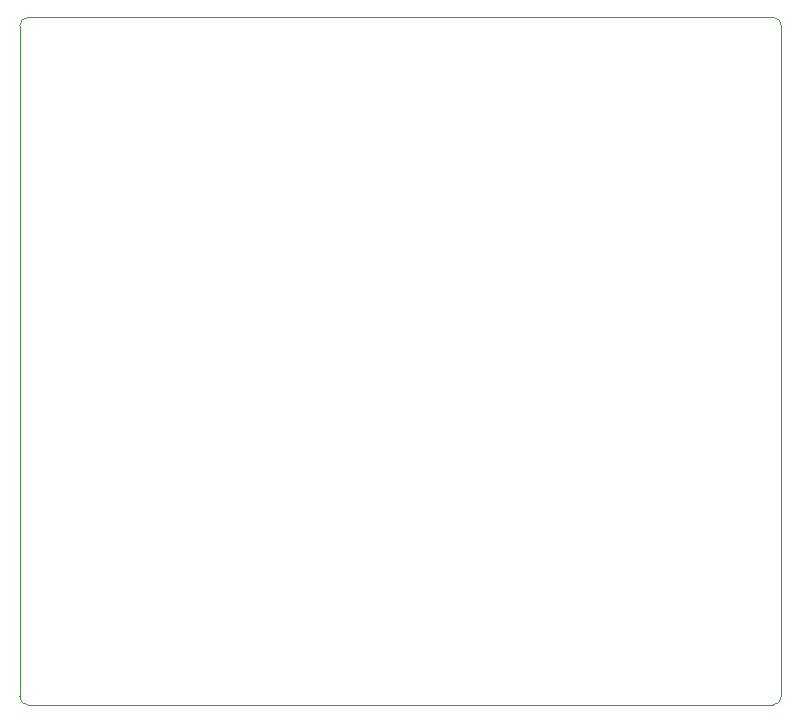
<source format=gm1>
G04 #@! TF.GenerationSoftware,KiCad,Pcbnew,(6.0.2)*
G04 #@! TF.CreationDate,2022-04-11T20:39:17+02:00*
G04 #@! TF.ProjectId,szafa_led_driver,737a6166-615f-46c6-9564-5f6472697665,rev?*
G04 #@! TF.SameCoordinates,Original*
G04 #@! TF.FileFunction,Profile,NP*
%FSLAX46Y46*%
G04 Gerber Fmt 4.6, Leading zero omitted, Abs format (unit mm)*
G04 Created by KiCad (PCBNEW (6.0.2)) date 2022-04-11 20:39:17*
%MOMM*%
%LPD*%
G01*
G04 APERTURE LIST*
G04 #@! TA.AperFunction,Profile*
%ADD10C,0.100000*%
G04 #@! TD*
G04 APERTURE END LIST*
D10*
X133750000Y-107500000D02*
X133750000Y-50750000D01*
X69250000Y-107500000D02*
G75*
G03*
X70000000Y-108250000I750000J0D01*
G01*
X133750000Y-50750000D02*
G75*
G03*
X133000000Y-50000000I-750000J0D01*
G01*
X70000000Y-50000000D02*
G75*
G03*
X69250000Y-50750000I0J-750000D01*
G01*
X70000000Y-108250000D02*
X133000000Y-108250000D01*
X133000000Y-50000000D02*
X70000000Y-50000000D01*
X69250000Y-50750000D02*
X69250000Y-107500000D01*
X133000000Y-108250000D02*
G75*
G03*
X133750000Y-107500000I0J750000D01*
G01*
M02*

</source>
